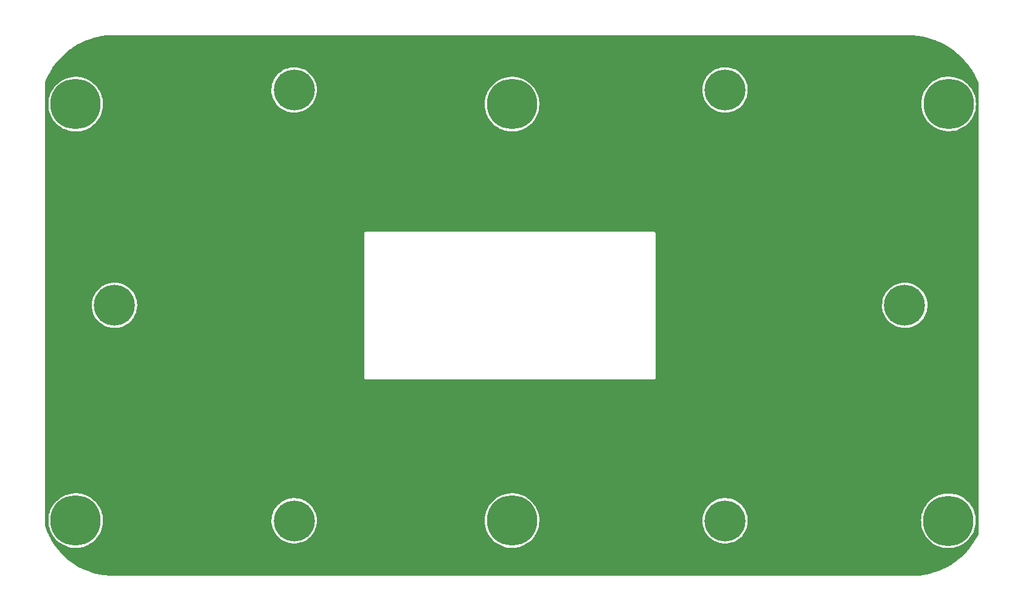
<source format=gbr>
%TF.GenerationSoftware,KiCad,Pcbnew,(6.0.9)*%
%TF.CreationDate,2022-11-23T15:21:18+02:00*%
%TF.ProjectId,case_adapter,63617365-5f61-4646-9170-7465722e6b69,rev?*%
%TF.SameCoordinates,Original*%
%TF.FileFunction,Copper,L2,Bot*%
%TF.FilePolarity,Positive*%
%FSLAX46Y46*%
G04 Gerber Fmt 4.6, Leading zero omitted, Abs format (unit mm)*
G04 Created by KiCad (PCBNEW (6.0.9)) date 2022-11-23 15:21:18*
%MOMM*%
%LPD*%
G01*
G04 APERTURE LIST*
%TA.AperFunction,ComponentPad*%
%ADD10C,7.000000*%
%TD*%
%TA.AperFunction,ComponentPad*%
%ADD11C,3.600000*%
%TD*%
%TA.AperFunction,ConnectorPad*%
%ADD12C,5.700000*%
%TD*%
G04 APERTURE END LIST*
D10*
%TO.P,H12,1,1*%
%TO.N,unconnected-(H12-Pad1)*%
X135915400Y-68884800D03*
%TD*%
%TO.P,H11,1,1*%
%TO.N,unconnected-(H11-Pad1)*%
X196697600Y-68859400D03*
%TD*%
%TO.P,H10,1,1*%
%TO.N,unconnected-(H10-Pad1)*%
X196672200Y-126898400D03*
%TD*%
%TO.P,H9,1,1*%
%TO.N,unconnected-(H9-Pad1)*%
X135915400Y-126873000D03*
%TD*%
%TO.P,H8,1,1*%
%TO.N,unconnected-(H8-Pad1)*%
X75184000Y-126873000D03*
%TD*%
%TO.P,H7,1,1*%
%TO.N,unconnected-(H7-Pad1)*%
X75184000Y-68884800D03*
%TD*%
D11*
%TO.P,H6,1,1*%
%TO.N,unconnected-(H6-Pad1)*%
X80585200Y-96902600D03*
D12*
X80585200Y-96902600D03*
%TD*%
%TO.P,H2,1,1*%
%TO.N,unconnected-(H2-Pad1)*%
X165585200Y-126902600D03*
D11*
X165585200Y-126902600D03*
%TD*%
%TO.P,H4,1,1*%
%TO.N,unconnected-(H4-Pad1)*%
X165585200Y-66902600D03*
D12*
X165585200Y-66902600D03*
%TD*%
D11*
%TO.P,H5,1,1*%
%TO.N,unconnected-(H5-Pad1)*%
X105585200Y-66902600D03*
D12*
X105585200Y-66902600D03*
%TD*%
D11*
%TO.P,H1,1,1*%
%TO.N,unconnected-(H1-Pad1)*%
X105585200Y-126902600D03*
D12*
X105585200Y-126902600D03*
%TD*%
D11*
%TO.P,H3,1,1*%
%TO.N,unconnected-(H3-Pad1)*%
X190585200Y-96902600D03*
D12*
X190585200Y-96902600D03*
%TD*%
%TA.AperFunction,NonConductor*%
G36*
X191223329Y-59251052D02*
G01*
X191554547Y-59269221D01*
X191836163Y-59284669D01*
X191844777Y-59285393D01*
X192282312Y-59335036D01*
X192454629Y-59354588D01*
X192463209Y-59355815D01*
X193067997Y-59460351D01*
X193076491Y-59462075D01*
X193542122Y-59570771D01*
X193674181Y-59601599D01*
X193682556Y-59603813D01*
X194271104Y-59777849D01*
X194279341Y-59780547D01*
X194465101Y-59847448D01*
X194856804Y-59988520D01*
X194864852Y-59991685D01*
X195139467Y-60109045D01*
X195429247Y-60232885D01*
X195437114Y-60236522D01*
X195986488Y-60510107D01*
X195994131Y-60514194D01*
X196526700Y-60819278D01*
X196534092Y-60823803D01*
X197048024Y-61159339D01*
X197055140Y-61164287D01*
X197548668Y-61529119D01*
X197555477Y-61534466D01*
X198026978Y-61927396D01*
X198033472Y-61933135D01*
X198481324Y-62352809D01*
X198487473Y-62358917D01*
X198910155Y-62803911D01*
X198915939Y-62810366D01*
X199312042Y-63279195D01*
X199317441Y-63285976D01*
X199685613Y-63777042D01*
X199690608Y-63784125D01*
X199991565Y-64238354D01*
X200029598Y-64295757D01*
X200034165Y-64303106D01*
X200342855Y-64833622D01*
X200346980Y-64841211D01*
X200545966Y-65234107D01*
X200624286Y-65388749D01*
X200627976Y-65396592D01*
X200837114Y-65876954D01*
X200849500Y-65936432D01*
X200849500Y-128713645D01*
X200833372Y-128781069D01*
X200752534Y-128940376D01*
X200625665Y-129190397D01*
X200613574Y-129214224D01*
X200609432Y-129221830D01*
X200319557Y-129719122D01*
X200311811Y-129732411D01*
X200307233Y-129739764D01*
X200219680Y-129871684D01*
X199980432Y-130232170D01*
X199975445Y-130239231D01*
X199620532Y-130711847D01*
X199615152Y-130718592D01*
X199233412Y-131169709D01*
X199227624Y-131176160D01*
X198820277Y-131604343D01*
X198814123Y-131610446D01*
X198382576Y-132014213D01*
X198376077Y-132019948D01*
X197921786Y-132397937D01*
X197914965Y-132403284D01*
X197439476Y-132754210D01*
X197432356Y-132759152D01*
X197380148Y-132793180D01*
X196937226Y-133081865D01*
X196929864Y-133086364D01*
X196492411Y-133336509D01*
X196416833Y-133379726D01*
X196409188Y-133383808D01*
X196327914Y-133424203D01*
X195879968Y-133646844D01*
X195872098Y-133650474D01*
X195328494Y-133882288D01*
X195320426Y-133885455D01*
X194764247Y-134085274D01*
X194756009Y-134087966D01*
X194189147Y-134255112D01*
X194180768Y-134257319D01*
X194065912Y-134284037D01*
X193605178Y-134391213D01*
X193596683Y-134392931D01*
X193014242Y-134493138D01*
X193005661Y-134494358D01*
X192712039Y-134527442D01*
X192418403Y-134560527D01*
X192409793Y-134561245D01*
X191831216Y-134592533D01*
X191819654Y-134593158D01*
X191810989Y-134593374D01*
X191382648Y-134591595D01*
X191220019Y-134590920D01*
X191211357Y-134590632D01*
X190668037Y-134556723D01*
X190651813Y-134554483D01*
X190646294Y-134552545D01*
X190641156Y-134552100D01*
X190635806Y-134552100D01*
X190627472Y-134551719D01*
X190617597Y-134549213D01*
X190578572Y-134551779D01*
X190568798Y-134552100D01*
X79888781Y-134552100D01*
X79878484Y-134550995D01*
X79878458Y-134551451D01*
X79866746Y-134550787D01*
X79855288Y-134548300D01*
X79843623Y-134549476D01*
X79840169Y-134549280D01*
X79818025Y-134549427D01*
X79252860Y-134500030D01*
X79243823Y-134498961D01*
X79042037Y-134468821D01*
X78650489Y-134410338D01*
X78641547Y-134408722D01*
X78054700Y-134284037D01*
X78045860Y-134281874D01*
X77467752Y-134121603D01*
X77459079Y-134118911D01*
X76891802Y-133923638D01*
X76883310Y-133920421D01*
X76329028Y-133690885D01*
X76320730Y-133687148D01*
X75781494Y-133424203D01*
X75773440Y-133419966D01*
X75333761Y-133171258D01*
X75251269Y-133124596D01*
X75243518Y-133119894D01*
X74740313Y-132793170D01*
X74732850Y-132787993D01*
X74250574Y-132431192D01*
X74243427Y-132425559D01*
X73783837Y-132039985D01*
X73777047Y-132033926D01*
X73341825Y-131620988D01*
X73335428Y-131614536D01*
X72926237Y-131175809D01*
X72920254Y-131168988D01*
X72538598Y-130706085D01*
X72533026Y-130698889D01*
X72180366Y-130213583D01*
X72175244Y-130206062D01*
X71852862Y-129700121D01*
X71848208Y-129692300D01*
X71557319Y-129167629D01*
X71553151Y-129159539D01*
X71510200Y-129069510D01*
X71294821Y-128618063D01*
X71291160Y-128609743D01*
X71263238Y-128540649D01*
X71071104Y-128065220D01*
X71066377Y-128053523D01*
X71063227Y-128044986D01*
X70894004Y-127539380D01*
X70886300Y-127492089D01*
X70886300Y-126859717D01*
X71378639Y-126859717D01*
X71378816Y-126863471D01*
X71378816Y-126863477D01*
X71384939Y-126993306D01*
X71396778Y-127244340D01*
X71453692Y-127625162D01*
X71454622Y-127628812D01*
X71454623Y-127628815D01*
X71471041Y-127693225D01*
X71548799Y-127998283D01*
X71565890Y-128044986D01*
X71674275Y-128341160D01*
X71681126Y-128359882D01*
X71682774Y-128363276D01*
X71682777Y-128363283D01*
X71802452Y-128609743D01*
X71849317Y-128706258D01*
X71851299Y-128709467D01*
X71851300Y-128709469D01*
X72033550Y-129004557D01*
X72051650Y-129033864D01*
X72154292Y-129167629D01*
X72281897Y-129333927D01*
X72286054Y-129339345D01*
X72288633Y-129342082D01*
X72288640Y-129342090D01*
X72465446Y-129529712D01*
X72550129Y-129619575D01*
X72584606Y-129649440D01*
X72838313Y-129869208D01*
X72838319Y-129869213D01*
X72841172Y-129871684D01*
X72844264Y-129873857D01*
X73153114Y-130090921D01*
X73153122Y-130090926D01*
X73156201Y-130093090D01*
X73159489Y-130094935D01*
X73159492Y-130094937D01*
X73488698Y-130279679D01*
X73488706Y-130279683D01*
X73491992Y-130281527D01*
X73845107Y-130435066D01*
X74211931Y-130552134D01*
X74215620Y-130552911D01*
X74215626Y-130552913D01*
X74556429Y-130624731D01*
X74588707Y-130631533D01*
X74592456Y-130631934D01*
X74592458Y-130631934D01*
X74967833Y-130672051D01*
X74967838Y-130672051D01*
X74971578Y-130672451D01*
X74975335Y-130672471D01*
X74975341Y-130672471D01*
X75194972Y-130673621D01*
X75356624Y-130674467D01*
X75360380Y-130674105D01*
X75360387Y-130674105D01*
X75736154Y-130637922D01*
X75736156Y-130637922D01*
X75739902Y-130637561D01*
X75986681Y-130588250D01*
X76113797Y-130562850D01*
X76113802Y-130562849D01*
X76117489Y-130562112D01*
X76399353Y-130475399D01*
X76481917Y-130449999D01*
X76481920Y-130449998D01*
X76485518Y-130448891D01*
X76840221Y-130299059D01*
X77177968Y-130114148D01*
X77495298Y-129896053D01*
X77703929Y-129719122D01*
X77786095Y-129649440D01*
X77786096Y-129649439D01*
X77788965Y-129647006D01*
X77812978Y-129622053D01*
X78053344Y-129372276D01*
X78053349Y-129372270D01*
X78055960Y-129369557D01*
X78293550Y-129066546D01*
X78442429Y-128831043D01*
X78497288Y-128744265D01*
X78497291Y-128744260D01*
X78499303Y-128741077D01*
X78505694Y-128728260D01*
X78599233Y-128540649D01*
X78671112Y-128396482D01*
X78807218Y-128036288D01*
X78809629Y-128027229D01*
X78898500Y-127693225D01*
X78906227Y-127664184D01*
X78958537Y-127337602D01*
X78966530Y-127287701D01*
X78966530Y-127287698D01*
X78967126Y-127283979D01*
X78989291Y-126899566D01*
X78989384Y-126873000D01*
X78988652Y-126858543D01*
X102430044Y-126858543D01*
X102444796Y-127210519D01*
X102464469Y-127337602D01*
X102495706Y-127539380D01*
X102498690Y-127558658D01*
X102499780Y-127562671D01*
X102499782Y-127562679D01*
X102533081Y-127685238D01*
X102591056Y-127898619D01*
X102592585Y-127902480D01*
X102592586Y-127902484D01*
X102657018Y-128065220D01*
X102720741Y-128226166D01*
X102886129Y-128537216D01*
X103085159Y-128827891D01*
X103127990Y-128877511D01*
X103310336Y-129088761D01*
X103315349Y-129094569D01*
X103318394Y-129097389D01*
X103318402Y-129097397D01*
X103448744Y-129218094D01*
X103573832Y-129333927D01*
X103857384Y-129542980D01*
X103860985Y-129545059D01*
X103860988Y-129545061D01*
X104158872Y-129717044D01*
X104158878Y-129717047D01*
X104162472Y-129719122D01*
X104485293Y-129860160D01*
X104489257Y-129861387D01*
X104489265Y-129861390D01*
X104683300Y-129921453D01*
X104821824Y-129964333D01*
X104825896Y-129965110D01*
X104825901Y-129965111D01*
X105163790Y-130029567D01*
X105163795Y-130029568D01*
X105167870Y-130030345D01*
X105172007Y-130030663D01*
X105172012Y-130030664D01*
X105343494Y-130043859D01*
X105519117Y-130057372D01*
X105523270Y-130057227D01*
X105523272Y-130057227D01*
X105669738Y-130052112D01*
X105871188Y-130045077D01*
X106020544Y-130023022D01*
X106215572Y-129994223D01*
X106215577Y-129994222D01*
X106219694Y-129993614D01*
X106407091Y-129944102D01*
X106556274Y-129904687D01*
X106556281Y-129904685D01*
X106560292Y-129903625D01*
X106571554Y-129899257D01*
X106884861Y-129777733D01*
X106888736Y-129776230D01*
X106972554Y-129732411D01*
X107197240Y-129614948D01*
X107197245Y-129614945D01*
X107200933Y-129613017D01*
X107492991Y-129416021D01*
X107761270Y-129187698D01*
X108002426Y-128930893D01*
X108033949Y-128888756D01*
X108149070Y-128734869D01*
X108213453Y-128648807D01*
X108215556Y-128645223D01*
X108389621Y-128348536D01*
X108389624Y-128348531D01*
X108391721Y-128344956D01*
X108516268Y-128065220D01*
X108533313Y-128026937D01*
X108533315Y-128026932D01*
X108535009Y-128023127D01*
X108575781Y-127894599D01*
X108612194Y-127779807D01*
X108641529Y-127687332D01*
X108643951Y-127675102D01*
X108709146Y-127345844D01*
X108709147Y-127345836D01*
X108709955Y-127341756D01*
X108715123Y-127280213D01*
X108739216Y-126993306D01*
X108739216Y-126993297D01*
X108739434Y-126990706D01*
X108740664Y-126902600D01*
X108738266Y-126859717D01*
X132110039Y-126859717D01*
X132110216Y-126863471D01*
X132110216Y-126863477D01*
X132116339Y-126993306D01*
X132128178Y-127244340D01*
X132185092Y-127625162D01*
X132186022Y-127628812D01*
X132186023Y-127628815D01*
X132202441Y-127693225D01*
X132280199Y-127998283D01*
X132297290Y-128044986D01*
X132405675Y-128341160D01*
X132412526Y-128359882D01*
X132414174Y-128363276D01*
X132414177Y-128363283D01*
X132533852Y-128609743D01*
X132580717Y-128706258D01*
X132582699Y-128709467D01*
X132582700Y-128709469D01*
X132764950Y-129004557D01*
X132783050Y-129033864D01*
X132885692Y-129167629D01*
X133013297Y-129333927D01*
X133017454Y-129339345D01*
X133020033Y-129342082D01*
X133020040Y-129342090D01*
X133196846Y-129529712D01*
X133281529Y-129619575D01*
X133316006Y-129649440D01*
X133569713Y-129869208D01*
X133569719Y-129869213D01*
X133572572Y-129871684D01*
X133575664Y-129873857D01*
X133884514Y-130090921D01*
X133884522Y-130090926D01*
X133887601Y-130093090D01*
X133890889Y-130094935D01*
X133890892Y-130094937D01*
X134220098Y-130279679D01*
X134220106Y-130279683D01*
X134223392Y-130281527D01*
X134576507Y-130435066D01*
X134943331Y-130552134D01*
X134947020Y-130552911D01*
X134947026Y-130552913D01*
X135287829Y-130624731D01*
X135320107Y-130631533D01*
X135323856Y-130631934D01*
X135323858Y-130631934D01*
X135699233Y-130672051D01*
X135699238Y-130672051D01*
X135702978Y-130672451D01*
X135706735Y-130672471D01*
X135706741Y-130672471D01*
X135926372Y-130673621D01*
X136088024Y-130674467D01*
X136091780Y-130674105D01*
X136091787Y-130674105D01*
X136467554Y-130637922D01*
X136467556Y-130637922D01*
X136471302Y-130637561D01*
X136718081Y-130588250D01*
X136845197Y-130562850D01*
X136845202Y-130562849D01*
X136848889Y-130562112D01*
X137130753Y-130475399D01*
X137213317Y-130449999D01*
X137213320Y-130449998D01*
X137216918Y-130448891D01*
X137571621Y-130299059D01*
X137909368Y-130114148D01*
X138226698Y-129896053D01*
X138435329Y-129719122D01*
X138517495Y-129649440D01*
X138517496Y-129649439D01*
X138520365Y-129647006D01*
X138544378Y-129622053D01*
X138784744Y-129372276D01*
X138784749Y-129372270D01*
X138787360Y-129369557D01*
X139024950Y-129066546D01*
X139173829Y-128831043D01*
X139228688Y-128744265D01*
X139228691Y-128744260D01*
X139230703Y-128741077D01*
X139237094Y-128728260D01*
X139330633Y-128540649D01*
X139402512Y-128396482D01*
X139538618Y-128036288D01*
X139541029Y-128027229D01*
X139629900Y-127693225D01*
X139637627Y-127664184D01*
X139689937Y-127337602D01*
X139697930Y-127287701D01*
X139697930Y-127287698D01*
X139698526Y-127283979D01*
X139720691Y-126899566D01*
X139720784Y-126873000D01*
X139720052Y-126858543D01*
X162430044Y-126858543D01*
X162444796Y-127210519D01*
X162464469Y-127337602D01*
X162495706Y-127539380D01*
X162498690Y-127558658D01*
X162499780Y-127562671D01*
X162499782Y-127562679D01*
X162533081Y-127685238D01*
X162591056Y-127898619D01*
X162592585Y-127902480D01*
X162592586Y-127902484D01*
X162657018Y-128065220D01*
X162720741Y-128226166D01*
X162886129Y-128537216D01*
X163085159Y-128827891D01*
X163127990Y-128877511D01*
X163310336Y-129088761D01*
X163315349Y-129094569D01*
X163318394Y-129097389D01*
X163318402Y-129097397D01*
X163448744Y-129218094D01*
X163573832Y-129333927D01*
X163857384Y-129542980D01*
X163860985Y-129545059D01*
X163860988Y-129545061D01*
X164158872Y-129717044D01*
X164158878Y-129717047D01*
X164162472Y-129719122D01*
X164485293Y-129860160D01*
X164489257Y-129861387D01*
X164489265Y-129861390D01*
X164683300Y-129921453D01*
X164821824Y-129964333D01*
X164825896Y-129965110D01*
X164825901Y-129965111D01*
X165163790Y-130029567D01*
X165163795Y-130029568D01*
X165167870Y-130030345D01*
X165172007Y-130030663D01*
X165172012Y-130030664D01*
X165343494Y-130043859D01*
X165519117Y-130057372D01*
X165523270Y-130057227D01*
X165523272Y-130057227D01*
X165669738Y-130052112D01*
X165871188Y-130045077D01*
X166020544Y-130023022D01*
X166215572Y-129994223D01*
X166215577Y-129994222D01*
X166219694Y-129993614D01*
X166407091Y-129944102D01*
X166556274Y-129904687D01*
X166556281Y-129904685D01*
X166560292Y-129903625D01*
X166571554Y-129899257D01*
X166884861Y-129777733D01*
X166888736Y-129776230D01*
X166972554Y-129732411D01*
X167197240Y-129614948D01*
X167197245Y-129614945D01*
X167200933Y-129613017D01*
X167492991Y-129416021D01*
X167761270Y-129187698D01*
X168002426Y-128930893D01*
X168033949Y-128888756D01*
X168149070Y-128734869D01*
X168213453Y-128648807D01*
X168215556Y-128645223D01*
X168389621Y-128348536D01*
X168389624Y-128348531D01*
X168391721Y-128344956D01*
X168516268Y-128065220D01*
X168533313Y-128026937D01*
X168533315Y-128026932D01*
X168535009Y-128023127D01*
X168575781Y-127894599D01*
X168612194Y-127779807D01*
X168641529Y-127687332D01*
X168643951Y-127675102D01*
X168709146Y-127345844D01*
X168709147Y-127345836D01*
X168709955Y-127341756D01*
X168715123Y-127280213D01*
X168739216Y-126993306D01*
X168739216Y-126993297D01*
X168739434Y-126990706D01*
X168740664Y-126902600D01*
X168739687Y-126885117D01*
X192866839Y-126885117D01*
X192867016Y-126888871D01*
X192867016Y-126888877D01*
X192871941Y-126993306D01*
X192884978Y-127269740D01*
X192941892Y-127650562D01*
X192942822Y-127654212D01*
X192942823Y-127654215D01*
X193036066Y-128020023D01*
X193036999Y-128023683D01*
X193109684Y-128222304D01*
X193153180Y-128341160D01*
X193169326Y-128385282D01*
X193170974Y-128388676D01*
X193170977Y-128388683D01*
X193243101Y-128537216D01*
X193337517Y-128731658D01*
X193339499Y-128734867D01*
X193339500Y-128734869D01*
X193524163Y-129033864D01*
X193539850Y-129059264D01*
X193774254Y-129364745D01*
X193776833Y-129367482D01*
X193776840Y-129367490D01*
X193824763Y-129418344D01*
X194038329Y-129644975D01*
X194041190Y-129647453D01*
X194326513Y-129894608D01*
X194326519Y-129894613D01*
X194329372Y-129897084D01*
X194332464Y-129899257D01*
X194641314Y-130116321D01*
X194641322Y-130116326D01*
X194644401Y-130118490D01*
X194647689Y-130120335D01*
X194647692Y-130120337D01*
X194976898Y-130305079D01*
X194976906Y-130305083D01*
X194980192Y-130306927D01*
X195333307Y-130460466D01*
X195700131Y-130577534D01*
X195703820Y-130578311D01*
X195703826Y-130578313D01*
X195984980Y-130637561D01*
X196076907Y-130656933D01*
X196080656Y-130657334D01*
X196080658Y-130657334D01*
X196456033Y-130697451D01*
X196456038Y-130697451D01*
X196459778Y-130697851D01*
X196463535Y-130697871D01*
X196463541Y-130697871D01*
X196683172Y-130699021D01*
X196844824Y-130699867D01*
X196848580Y-130699505D01*
X196848587Y-130699505D01*
X197224354Y-130663322D01*
X197224356Y-130663322D01*
X197228102Y-130662961D01*
X197328353Y-130642929D01*
X197601997Y-130588250D01*
X197602002Y-130588249D01*
X197605689Y-130587512D01*
X197821103Y-130521242D01*
X197970117Y-130475399D01*
X197970120Y-130475398D01*
X197973718Y-130474291D01*
X198328421Y-130324459D01*
X198666168Y-130139548D01*
X198983498Y-129921453D01*
X199039622Y-129873857D01*
X199274295Y-129674840D01*
X199274296Y-129674839D01*
X199277165Y-129672406D01*
X199301608Y-129647006D01*
X199541544Y-129397676D01*
X199541549Y-129397670D01*
X199544160Y-129394957D01*
X199781750Y-129091946D01*
X199950850Y-128824456D01*
X199985488Y-128769665D01*
X199985491Y-128769660D01*
X199987503Y-128766477D01*
X200006558Y-128728260D01*
X200157633Y-128425249D01*
X200159312Y-128421882D01*
X200295418Y-128061688D01*
X200298713Y-128049307D01*
X200393458Y-127693225D01*
X200394427Y-127689584D01*
X200450140Y-127341756D01*
X200454730Y-127313101D01*
X200454730Y-127313098D01*
X200455326Y-127309379D01*
X200477491Y-126924966D01*
X200477584Y-126898400D01*
X200458103Y-126513842D01*
X200452195Y-126475229D01*
X200410004Y-126199515D01*
X200399860Y-126133221D01*
X200397458Y-126123931D01*
X200304396Y-125764088D01*
X200304394Y-125764083D01*
X200303451Y-125760435D01*
X200297457Y-125744229D01*
X200171174Y-125402845D01*
X200169863Y-125399300D01*
X200000464Y-125053513D01*
X199796988Y-124726616D01*
X199679253Y-124574285D01*
X199563831Y-124424945D01*
X199563828Y-124424941D01*
X199561519Y-124421954D01*
X199367387Y-124217382D01*
X199299061Y-124145381D01*
X199299056Y-124145376D01*
X199296467Y-124142648D01*
X199004547Y-123891557D01*
X199001465Y-123889407D01*
X199001456Y-123889400D01*
X198691839Y-123673409D01*
X198688746Y-123671251D01*
X198352299Y-123483987D01*
X197998650Y-123331682D01*
X197631421Y-123215895D01*
X197472543Y-123182993D01*
X197258061Y-123138576D01*
X197258054Y-123138575D01*
X197254370Y-123137812D01*
X197250628Y-123137425D01*
X197250626Y-123137425D01*
X197190378Y-123131199D01*
X196871358Y-123098231D01*
X196867595Y-123098224D01*
X196867587Y-123098224D01*
X196678833Y-123097895D01*
X196486308Y-123097559D01*
X196482552Y-123097934D01*
X196482550Y-123097934D01*
X196329845Y-123113176D01*
X196103161Y-123135802D01*
X195725839Y-123212569D01*
X195722253Y-123213686D01*
X195722245Y-123213688D01*
X195434993Y-123303158D01*
X195358208Y-123327074D01*
X195354729Y-123328558D01*
X195007498Y-123476664D01*
X195007492Y-123476667D01*
X195004029Y-123478144D01*
X194666931Y-123664232D01*
X194663833Y-123666377D01*
X194663830Y-123666379D01*
X194547091Y-123747213D01*
X194350363Y-123883434D01*
X194347507Y-123885873D01*
X194347506Y-123885874D01*
X194311012Y-123917043D01*
X194057568Y-124133504D01*
X194054961Y-124136232D01*
X194054960Y-124136233D01*
X193794150Y-124409155D01*
X193794142Y-124409165D01*
X193791543Y-124411884D01*
X193555012Y-124715721D01*
X193553010Y-124718912D01*
X193553004Y-124718921D01*
X193436168Y-124905175D01*
X193350396Y-125041907D01*
X193344660Y-125053513D01*
X193184563Y-125377445D01*
X193179791Y-125387100D01*
X193178468Y-125390638D01*
X193178466Y-125390643D01*
X193054440Y-125722366D01*
X193044943Y-125747766D01*
X193043988Y-125751408D01*
X193043985Y-125751416D01*
X193015233Y-125861014D01*
X192947234Y-126120214D01*
X192946652Y-126123931D01*
X192891640Y-126475229D01*
X192887662Y-126500629D01*
X192866839Y-126885117D01*
X168739687Y-126885117D01*
X168720999Y-126550864D01*
X168662249Y-126203512D01*
X168648807Y-126156633D01*
X168566296Y-125868883D01*
X168566295Y-125868881D01*
X168565146Y-125864873D01*
X168563559Y-125861023D01*
X168563556Y-125861014D01*
X168432487Y-125543019D01*
X168432486Y-125543017D01*
X168430900Y-125539169D01*
X168347299Y-125387100D01*
X168263191Y-125234107D01*
X168263187Y-125234100D01*
X168261185Y-125230459D01*
X168258784Y-125227055D01*
X168060515Y-124945991D01*
X168060510Y-124945985D01*
X168058116Y-124942591D01*
X167824225Y-124679152D01*
X167562426Y-124443427D01*
X167528025Y-124418798D01*
X167479077Y-124383755D01*
X167275982Y-124238354D01*
X166968464Y-124066488D01*
X166919464Y-124045890D01*
X166647535Y-123931582D01*
X166643705Y-123929972D01*
X166639727Y-123928801D01*
X166639718Y-123928798D01*
X166309739Y-123831680D01*
X166309737Y-123831679D01*
X166305753Y-123830507D01*
X165958819Y-123769333D01*
X165954678Y-123769072D01*
X165954674Y-123769072D01*
X165714576Y-123753967D01*
X165607229Y-123747213D01*
X165603078Y-123747416D01*
X165603077Y-123747416D01*
X165259532Y-123764218D01*
X165259529Y-123764218D01*
X165255364Y-123764422D01*
X164978780Y-123809219D01*
X164911715Y-123820081D01*
X164911713Y-123820082D01*
X164907610Y-123820746D01*
X164903609Y-123821863D01*
X164903605Y-123821864D01*
X164572315Y-123914361D01*
X164572306Y-123914364D01*
X164568302Y-123915482D01*
X164404985Y-123981467D01*
X164245532Y-124045890D01*
X164245528Y-124045892D01*
X164241669Y-124047451D01*
X164238007Y-124049431D01*
X164082517Y-124133504D01*
X163931781Y-124215006D01*
X163642502Y-124416060D01*
X163639378Y-124418795D01*
X163639374Y-124418798D01*
X163380563Y-124645371D01*
X163377438Y-124648107D01*
X163139891Y-124908254D01*
X163137441Y-124911626D01*
X163137437Y-124911631D01*
X163034354Y-125053513D01*
X162932822Y-125193259D01*
X162758814Y-125499570D01*
X162757169Y-125503408D01*
X162648527Y-125756890D01*
X162620034Y-125823368D01*
X162518212Y-126160618D01*
X162454618Y-126507115D01*
X162430044Y-126858543D01*
X139720052Y-126858543D01*
X139701303Y-126488442D01*
X139643060Y-126107821D01*
X139640658Y-126098531D01*
X139547596Y-125738688D01*
X139547594Y-125738683D01*
X139546651Y-125735035D01*
X139540657Y-125718829D01*
X139472849Y-125535522D01*
X139413063Y-125373900D01*
X139257769Y-125056905D01*
X139245326Y-125031505D01*
X139245324Y-125031501D01*
X139243664Y-125028113D01*
X139040188Y-124701216D01*
X138843100Y-124446213D01*
X138807031Y-124399545D01*
X138807028Y-124399541D01*
X138804719Y-124396554D01*
X138630560Y-124213029D01*
X138542261Y-124119981D01*
X138542256Y-124119976D01*
X138539667Y-124117248D01*
X138247747Y-123866157D01*
X138244665Y-123864007D01*
X138244656Y-123864000D01*
X137961372Y-123666379D01*
X137931946Y-123645851D01*
X137763723Y-123552219D01*
X137598798Y-123460423D01*
X137598795Y-123460421D01*
X137595499Y-123458587D01*
X137241850Y-123306282D01*
X136874621Y-123190495D01*
X136715743Y-123157593D01*
X136501261Y-123113176D01*
X136501254Y-123113175D01*
X136497570Y-123112412D01*
X136493828Y-123112025D01*
X136493826Y-123112025D01*
X136433578Y-123105799D01*
X136114558Y-123072831D01*
X136110795Y-123072824D01*
X136110787Y-123072824D01*
X135922033Y-123072495D01*
X135729508Y-123072159D01*
X135725752Y-123072534D01*
X135725750Y-123072534D01*
X135468369Y-123098224D01*
X135346361Y-123110402D01*
X134969039Y-123187169D01*
X134965453Y-123188286D01*
X134965445Y-123188288D01*
X134666605Y-123281367D01*
X134601408Y-123301674D01*
X134538379Y-123328558D01*
X134250698Y-123451264D01*
X134250692Y-123451267D01*
X134247229Y-123452744D01*
X133910131Y-123638832D01*
X133907033Y-123640977D01*
X133907030Y-123640979D01*
X133863312Y-123671251D01*
X133593563Y-123858034D01*
X133590707Y-123860473D01*
X133590706Y-123860474D01*
X133551432Y-123894017D01*
X133300768Y-124108104D01*
X133298161Y-124110832D01*
X133298160Y-124110833D01*
X133037350Y-124383755D01*
X133037342Y-124383765D01*
X133034743Y-124386484D01*
X132798212Y-124690321D01*
X132796210Y-124693512D01*
X132796204Y-124693521D01*
X132671227Y-124892753D01*
X132593596Y-125016507D01*
X132422991Y-125361700D01*
X132421668Y-125365238D01*
X132421666Y-125365243D01*
X132356638Y-125539169D01*
X132288143Y-125722366D01*
X132287188Y-125726008D01*
X132287185Y-125726016D01*
X132262650Y-125819541D01*
X132190434Y-126094814D01*
X132130862Y-126475229D01*
X132110039Y-126859717D01*
X108738266Y-126859717D01*
X108720999Y-126550864D01*
X108662249Y-126203512D01*
X108648807Y-126156633D01*
X108566296Y-125868883D01*
X108566295Y-125868881D01*
X108565146Y-125864873D01*
X108563559Y-125861023D01*
X108563556Y-125861014D01*
X108432487Y-125543019D01*
X108432486Y-125543017D01*
X108430900Y-125539169D01*
X108347299Y-125387100D01*
X108263191Y-125234107D01*
X108263187Y-125234100D01*
X108261185Y-125230459D01*
X108258784Y-125227055D01*
X108060515Y-124945991D01*
X108060510Y-124945985D01*
X108058116Y-124942591D01*
X107824225Y-124679152D01*
X107562426Y-124443427D01*
X107528025Y-124418798D01*
X107479077Y-124383755D01*
X107275982Y-124238354D01*
X106968464Y-124066488D01*
X106919464Y-124045890D01*
X106647535Y-123931582D01*
X106643705Y-123929972D01*
X106639727Y-123928801D01*
X106639718Y-123928798D01*
X106309739Y-123831680D01*
X106309737Y-123831679D01*
X106305753Y-123830507D01*
X105958819Y-123769333D01*
X105954678Y-123769072D01*
X105954674Y-123769072D01*
X105714576Y-123753967D01*
X105607229Y-123747213D01*
X105603078Y-123747416D01*
X105603077Y-123747416D01*
X105259532Y-123764218D01*
X105259529Y-123764218D01*
X105255364Y-123764422D01*
X104978780Y-123809219D01*
X104911715Y-123820081D01*
X104911713Y-123820082D01*
X104907610Y-123820746D01*
X104903609Y-123821863D01*
X104903605Y-123821864D01*
X104572315Y-123914361D01*
X104572306Y-123914364D01*
X104568302Y-123915482D01*
X104404985Y-123981467D01*
X104245532Y-124045890D01*
X104245528Y-124045892D01*
X104241669Y-124047451D01*
X104238007Y-124049431D01*
X104082517Y-124133504D01*
X103931781Y-124215006D01*
X103642502Y-124416060D01*
X103639378Y-124418795D01*
X103639374Y-124418798D01*
X103380563Y-124645371D01*
X103377438Y-124648107D01*
X103139891Y-124908254D01*
X103137441Y-124911626D01*
X103137437Y-124911631D01*
X103034354Y-125053513D01*
X102932822Y-125193259D01*
X102758814Y-125499570D01*
X102757169Y-125503408D01*
X102648527Y-125756890D01*
X102620034Y-125823368D01*
X102518212Y-126160618D01*
X102454618Y-126507115D01*
X102430044Y-126858543D01*
X78988652Y-126858543D01*
X78969903Y-126488442D01*
X78911660Y-126107821D01*
X78909258Y-126098531D01*
X78816196Y-125738688D01*
X78816194Y-125738683D01*
X78815251Y-125735035D01*
X78809257Y-125718829D01*
X78741449Y-125535522D01*
X78681663Y-125373900D01*
X78526369Y-125056905D01*
X78513926Y-125031505D01*
X78513924Y-125031501D01*
X78512264Y-125028113D01*
X78308788Y-124701216D01*
X78111700Y-124446213D01*
X78075631Y-124399545D01*
X78075628Y-124399541D01*
X78073319Y-124396554D01*
X77899160Y-124213029D01*
X77810861Y-124119981D01*
X77810856Y-124119976D01*
X77808267Y-124117248D01*
X77516347Y-123866157D01*
X77513265Y-123864007D01*
X77513256Y-123864000D01*
X77229972Y-123666379D01*
X77200546Y-123645851D01*
X77032323Y-123552219D01*
X76867398Y-123460423D01*
X76867395Y-123460421D01*
X76864099Y-123458587D01*
X76510450Y-123306282D01*
X76143221Y-123190495D01*
X75984343Y-123157593D01*
X75769861Y-123113176D01*
X75769854Y-123113175D01*
X75766170Y-123112412D01*
X75762428Y-123112025D01*
X75762426Y-123112025D01*
X75702178Y-123105799D01*
X75383158Y-123072831D01*
X75379395Y-123072824D01*
X75379387Y-123072824D01*
X75190633Y-123072495D01*
X74998108Y-123072159D01*
X74994352Y-123072534D01*
X74994350Y-123072534D01*
X74736969Y-123098224D01*
X74614961Y-123110402D01*
X74237639Y-123187169D01*
X74234053Y-123188286D01*
X74234045Y-123188288D01*
X73935205Y-123281367D01*
X73870008Y-123301674D01*
X73806979Y-123328558D01*
X73519298Y-123451264D01*
X73519292Y-123451267D01*
X73515829Y-123452744D01*
X73178731Y-123638832D01*
X73175633Y-123640977D01*
X73175630Y-123640979D01*
X73131912Y-123671251D01*
X72862163Y-123858034D01*
X72859307Y-123860473D01*
X72859306Y-123860474D01*
X72820032Y-123894017D01*
X72569368Y-124108104D01*
X72566761Y-124110832D01*
X72566760Y-124110833D01*
X72305950Y-124383755D01*
X72305942Y-124383765D01*
X72303343Y-124386484D01*
X72066812Y-124690321D01*
X72064810Y-124693512D01*
X72064804Y-124693521D01*
X71939827Y-124892753D01*
X71862196Y-125016507D01*
X71691591Y-125361700D01*
X71690268Y-125365238D01*
X71690266Y-125365243D01*
X71625238Y-125539169D01*
X71556743Y-125722366D01*
X71555788Y-125726008D01*
X71555785Y-125726016D01*
X71531250Y-125819541D01*
X71459034Y-126094814D01*
X71399462Y-126475229D01*
X71378639Y-126859717D01*
X70886300Y-126859717D01*
X70886300Y-106914368D01*
X115321554Y-106914368D01*
X115322741Y-106928074D01*
X115322741Y-106928075D01*
X115324744Y-106951201D01*
X115325300Y-106964057D01*
X115325300Y-106972148D01*
X115326557Y-106978898D01*
X115326693Y-106980369D01*
X115328281Y-106992041D01*
X115328735Y-106997285D01*
X115331213Y-107025896D01*
X115337055Y-107037847D01*
X115337451Y-107039562D01*
X115338155Y-107041174D01*
X115340591Y-107054253D01*
X115347809Y-107065962D01*
X115358427Y-107083188D01*
X115365451Y-107095939D01*
X115380375Y-107126469D01*
X115390129Y-107135517D01*
X115391117Y-107136976D01*
X115392352Y-107138225D01*
X115399332Y-107149548D01*
X115410281Y-107157874D01*
X115410282Y-107157875D01*
X115426382Y-107170118D01*
X115437523Y-107179483D01*
X115452358Y-107193244D01*
X115452361Y-107193246D01*
X115462446Y-107202601D01*
X115474803Y-107207531D01*
X115476246Y-107208533D01*
X115477851Y-107209255D01*
X115488441Y-107217308D01*
X115521085Y-107226761D01*
X115534848Y-107231486D01*
X115539588Y-107233377D01*
X115566422Y-107244083D01*
X115572715Y-107244700D01*
X115576350Y-107244700D01*
X115579993Y-107244878D01*
X115579993Y-107244881D01*
X115584402Y-107245097D01*
X115595968Y-107248446D01*
X115609674Y-107247259D01*
X115609675Y-107247259D01*
X115632801Y-107245256D01*
X115645657Y-107244700D01*
X155576288Y-107244700D01*
X155584402Y-107245097D01*
X155595968Y-107248446D01*
X155609674Y-107247259D01*
X155609675Y-107247259D01*
X155632801Y-107245256D01*
X155645657Y-107244700D01*
X155653748Y-107244700D01*
X155660498Y-107243443D01*
X155661969Y-107243307D01*
X155673641Y-107241719D01*
X155693791Y-107239974D01*
X155693792Y-107239974D01*
X155707496Y-107238787D01*
X155719447Y-107232945D01*
X155721162Y-107232549D01*
X155722774Y-107231845D01*
X155735853Y-107229409D01*
X155764791Y-107211571D01*
X155777539Y-107204549D01*
X155795707Y-107195668D01*
X155795708Y-107195667D01*
X155808069Y-107189625D01*
X155817117Y-107179871D01*
X155818576Y-107178883D01*
X155819825Y-107177648D01*
X155831148Y-107170668D01*
X155840876Y-107157875D01*
X155851718Y-107143618D01*
X155861083Y-107132477D01*
X155874844Y-107117642D01*
X155874846Y-107117639D01*
X155884201Y-107107554D01*
X155889131Y-107095197D01*
X155890133Y-107093754D01*
X155890855Y-107092149D01*
X155898908Y-107081559D01*
X155908361Y-107048915D01*
X155913086Y-107035152D01*
X155921786Y-107013345D01*
X155925683Y-107003578D01*
X155926300Y-106997285D01*
X155926300Y-106993650D01*
X155926478Y-106990007D01*
X155926481Y-106990007D01*
X155926697Y-106985598D01*
X155930046Y-106974032D01*
X155926856Y-106937199D01*
X155926300Y-106924343D01*
X155926300Y-96858543D01*
X187430044Y-96858543D01*
X187444796Y-97210519D01*
X187498690Y-97558658D01*
X187499780Y-97562671D01*
X187499782Y-97562679D01*
X187533650Y-97687332D01*
X187591056Y-97898619D01*
X187592585Y-97902480D01*
X187592586Y-97902484D01*
X187640352Y-98023127D01*
X187720741Y-98226166D01*
X187886129Y-98537216D01*
X188085159Y-98827891D01*
X188315349Y-99094569D01*
X188318394Y-99097389D01*
X188318402Y-99097397D01*
X188507506Y-99272508D01*
X188573832Y-99333927D01*
X188857384Y-99542980D01*
X188860985Y-99545059D01*
X188860988Y-99545061D01*
X189158872Y-99717044D01*
X189158878Y-99717047D01*
X189162472Y-99719122D01*
X189485293Y-99860160D01*
X189489257Y-99861387D01*
X189489265Y-99861390D01*
X189702086Y-99927268D01*
X189821824Y-99964333D01*
X189825896Y-99965110D01*
X189825901Y-99965111D01*
X190163790Y-100029567D01*
X190163795Y-100029568D01*
X190167870Y-100030345D01*
X190172007Y-100030663D01*
X190172012Y-100030664D01*
X190343494Y-100043859D01*
X190519117Y-100057372D01*
X190523270Y-100057227D01*
X190523272Y-100057227D01*
X190669738Y-100052112D01*
X190871188Y-100045077D01*
X191020544Y-100023022D01*
X191215572Y-99994223D01*
X191215577Y-99994222D01*
X191219694Y-99993614D01*
X191407091Y-99944102D01*
X191556274Y-99904687D01*
X191556281Y-99904685D01*
X191560292Y-99903625D01*
X191669181Y-99861390D01*
X191884861Y-99777733D01*
X191888736Y-99776230D01*
X191929366Y-99754989D01*
X192197240Y-99614948D01*
X192197245Y-99614945D01*
X192200933Y-99613017D01*
X192492991Y-99416021D01*
X192761270Y-99187698D01*
X193002426Y-98930893D01*
X193213453Y-98648807D01*
X193278923Y-98537216D01*
X193389621Y-98348536D01*
X193389624Y-98348531D01*
X193391721Y-98344956D01*
X193535009Y-98023127D01*
X193575781Y-97894599D01*
X193640266Y-97691313D01*
X193641529Y-97687332D01*
X193709955Y-97341756D01*
X193720630Y-97214631D01*
X193739216Y-96993306D01*
X193739216Y-96993297D01*
X193739434Y-96990706D01*
X193740664Y-96902600D01*
X193720999Y-96550864D01*
X193662249Y-96203512D01*
X193565146Y-95864873D01*
X193563559Y-95861023D01*
X193563556Y-95861014D01*
X193432487Y-95543019D01*
X193432486Y-95543017D01*
X193430900Y-95539169D01*
X193261185Y-95230459D01*
X193258784Y-95227055D01*
X193060515Y-94945991D01*
X193060510Y-94945985D01*
X193058116Y-94942591D01*
X192824225Y-94679152D01*
X192562426Y-94443427D01*
X192528025Y-94418798D01*
X192499649Y-94398483D01*
X192275982Y-94238354D01*
X191968464Y-94066488D01*
X191919464Y-94045890D01*
X191647535Y-93931582D01*
X191643705Y-93929972D01*
X191639727Y-93928801D01*
X191639718Y-93928798D01*
X191309739Y-93831680D01*
X191309737Y-93831679D01*
X191305753Y-93830507D01*
X190958819Y-93769333D01*
X190954678Y-93769072D01*
X190954674Y-93769072D01*
X190714576Y-93753967D01*
X190607229Y-93747213D01*
X190603078Y-93747416D01*
X190603077Y-93747416D01*
X190259532Y-93764218D01*
X190259529Y-93764218D01*
X190255364Y-93764422D01*
X189978780Y-93809219D01*
X189911715Y-93820081D01*
X189911713Y-93820082D01*
X189907610Y-93820746D01*
X189903609Y-93821863D01*
X189903605Y-93821864D01*
X189572315Y-93914361D01*
X189572306Y-93914364D01*
X189568302Y-93915482D01*
X189404985Y-93981467D01*
X189245532Y-94045890D01*
X189245528Y-94045892D01*
X189241669Y-94047451D01*
X189238007Y-94049431D01*
X189202703Y-94068520D01*
X188931781Y-94215006D01*
X188642502Y-94416060D01*
X188639378Y-94418795D01*
X188639374Y-94418798D01*
X188380563Y-94645371D01*
X188377438Y-94648107D01*
X188139891Y-94908254D01*
X188137441Y-94911626D01*
X188137437Y-94911631D01*
X188114944Y-94942591D01*
X187932822Y-95193259D01*
X187758814Y-95499570D01*
X187620034Y-95823368D01*
X187518212Y-96160618D01*
X187454618Y-96507115D01*
X187430044Y-96858543D01*
X155926300Y-96858543D01*
X155926300Y-86993712D01*
X155926697Y-86985598D01*
X155930046Y-86974032D01*
X155926856Y-86937199D01*
X155926300Y-86924343D01*
X155926300Y-86916252D01*
X155925043Y-86909502D01*
X155924907Y-86908031D01*
X155923319Y-86896359D01*
X155921574Y-86876209D01*
X155921574Y-86876208D01*
X155920387Y-86862504D01*
X155914545Y-86850553D01*
X155914149Y-86848838D01*
X155913445Y-86847226D01*
X155911009Y-86834147D01*
X155893171Y-86805209D01*
X155886149Y-86792461D01*
X155877268Y-86774293D01*
X155877267Y-86774292D01*
X155871225Y-86761931D01*
X155861471Y-86752883D01*
X155860483Y-86751424D01*
X155859248Y-86750175D01*
X155852268Y-86738852D01*
X155838894Y-86728682D01*
X155825218Y-86718282D01*
X155814077Y-86708917D01*
X155799242Y-86695156D01*
X155799239Y-86695154D01*
X155789154Y-86685799D01*
X155776797Y-86680869D01*
X155775354Y-86679867D01*
X155773749Y-86679145D01*
X155763159Y-86671092D01*
X155730515Y-86661639D01*
X155716752Y-86656914D01*
X155698452Y-86649613D01*
X155685178Y-86644317D01*
X155678885Y-86643700D01*
X155675250Y-86643700D01*
X155671607Y-86643522D01*
X155671607Y-86643519D01*
X155667198Y-86643303D01*
X155655632Y-86639954D01*
X155641926Y-86641141D01*
X155641925Y-86641141D01*
X155618799Y-86643144D01*
X155605943Y-86643700D01*
X115675312Y-86643700D01*
X115667198Y-86643303D01*
X115655632Y-86639954D01*
X115641926Y-86641141D01*
X115641925Y-86641141D01*
X115618799Y-86643144D01*
X115605943Y-86643700D01*
X115597852Y-86643700D01*
X115591102Y-86644957D01*
X115589631Y-86645093D01*
X115577959Y-86646681D01*
X115557809Y-86648426D01*
X115557808Y-86648426D01*
X115544104Y-86649613D01*
X115532153Y-86655455D01*
X115530438Y-86655851D01*
X115528826Y-86656555D01*
X115515747Y-86658991D01*
X115496116Y-86671092D01*
X115486812Y-86676827D01*
X115474061Y-86683851D01*
X115455893Y-86692732D01*
X115443531Y-86698775D01*
X115434483Y-86708529D01*
X115433024Y-86709517D01*
X115431775Y-86710752D01*
X115420452Y-86717732D01*
X115412126Y-86728681D01*
X115412125Y-86728682D01*
X115399882Y-86744782D01*
X115390517Y-86755923D01*
X115376756Y-86770758D01*
X115376754Y-86770761D01*
X115367399Y-86780846D01*
X115362469Y-86793203D01*
X115361467Y-86794646D01*
X115360745Y-86796251D01*
X115352692Y-86806841D01*
X115348865Y-86820058D01*
X115343241Y-86839480D01*
X115338514Y-86853248D01*
X115325917Y-86884822D01*
X115325300Y-86891115D01*
X115325300Y-86894750D01*
X115325122Y-86898393D01*
X115325119Y-86898393D01*
X115324903Y-86902802D01*
X115321554Y-86914368D01*
X115322741Y-86928074D01*
X115322741Y-86928075D01*
X115324744Y-86951201D01*
X115325300Y-86964057D01*
X115325300Y-106894688D01*
X115324903Y-106902802D01*
X115321554Y-106914368D01*
X70886300Y-106914368D01*
X70886300Y-96858543D01*
X77430044Y-96858543D01*
X77444796Y-97210519D01*
X77498690Y-97558658D01*
X77499780Y-97562671D01*
X77499782Y-97562679D01*
X77533650Y-97687332D01*
X77591056Y-97898619D01*
X77592585Y-97902480D01*
X77592586Y-97902484D01*
X77640352Y-98023127D01*
X77720741Y-98226166D01*
X77886129Y-98537216D01*
X78085159Y-98827891D01*
X78315349Y-99094569D01*
X78318394Y-99097389D01*
X78318402Y-99097397D01*
X78507506Y-99272508D01*
X78573832Y-99333927D01*
X78857384Y-99542980D01*
X78860985Y-99545059D01*
X78860988Y-99545061D01*
X79158872Y-99717044D01*
X79158878Y-99717047D01*
X79162472Y-99719122D01*
X79485293Y-99860160D01*
X79489257Y-99861387D01*
X79489265Y-99861390D01*
X79702086Y-99927268D01*
X79821824Y-99964333D01*
X79825896Y-99965110D01*
X79825901Y-99965111D01*
X80163790Y-100029567D01*
X80163795Y-100029568D01*
X80167870Y-100030345D01*
X80172007Y-100030663D01*
X80172012Y-100030664D01*
X80343494Y-100043859D01*
X80519117Y-100057372D01*
X80523270Y-100057227D01*
X80523272Y-100057227D01*
X80669738Y-100052112D01*
X80871188Y-100045077D01*
X81020544Y-100023022D01*
X81215572Y-99994223D01*
X81215577Y-99994222D01*
X81219694Y-99993614D01*
X81407091Y-99944102D01*
X81556274Y-99904687D01*
X81556281Y-99904685D01*
X81560292Y-99903625D01*
X81669181Y-99861390D01*
X81884861Y-99777733D01*
X81888736Y-99776230D01*
X81929366Y-99754989D01*
X82197240Y-99614948D01*
X82197245Y-99614945D01*
X82200933Y-99613017D01*
X82492991Y-99416021D01*
X82761270Y-99187698D01*
X83002426Y-98930893D01*
X83213453Y-98648807D01*
X83278923Y-98537216D01*
X83389621Y-98348536D01*
X83389624Y-98348531D01*
X83391721Y-98344956D01*
X83535009Y-98023127D01*
X83575781Y-97894599D01*
X83640266Y-97691313D01*
X83641529Y-97687332D01*
X83709955Y-97341756D01*
X83720630Y-97214631D01*
X83739216Y-96993306D01*
X83739216Y-96993297D01*
X83739434Y-96990706D01*
X83740664Y-96902600D01*
X83720999Y-96550864D01*
X83662249Y-96203512D01*
X83565146Y-95864873D01*
X83563559Y-95861023D01*
X83563556Y-95861014D01*
X83432487Y-95543019D01*
X83432486Y-95543017D01*
X83430900Y-95539169D01*
X83261185Y-95230459D01*
X83258784Y-95227055D01*
X83060515Y-94945991D01*
X83060510Y-94945985D01*
X83058116Y-94942591D01*
X82824225Y-94679152D01*
X82562426Y-94443427D01*
X82528025Y-94418798D01*
X82499649Y-94398483D01*
X82275982Y-94238354D01*
X81968464Y-94066488D01*
X81919464Y-94045890D01*
X81647535Y-93931582D01*
X81643705Y-93929972D01*
X81639727Y-93928801D01*
X81639718Y-93928798D01*
X81309739Y-93831680D01*
X81309737Y-93831679D01*
X81305753Y-93830507D01*
X80958819Y-93769333D01*
X80954678Y-93769072D01*
X80954674Y-93769072D01*
X80714576Y-93753967D01*
X80607229Y-93747213D01*
X80603078Y-93747416D01*
X80603077Y-93747416D01*
X80259532Y-93764218D01*
X80259529Y-93764218D01*
X80255364Y-93764422D01*
X79978780Y-93809219D01*
X79911715Y-93820081D01*
X79911713Y-93820082D01*
X79907610Y-93820746D01*
X79903609Y-93821863D01*
X79903605Y-93821864D01*
X79572315Y-93914361D01*
X79572306Y-93914364D01*
X79568302Y-93915482D01*
X79404985Y-93981467D01*
X79245532Y-94045890D01*
X79245528Y-94045892D01*
X79241669Y-94047451D01*
X79238007Y-94049431D01*
X79202703Y-94068520D01*
X78931781Y-94215006D01*
X78642502Y-94416060D01*
X78639378Y-94418795D01*
X78639374Y-94418798D01*
X78380563Y-94645371D01*
X78377438Y-94648107D01*
X78139891Y-94908254D01*
X78137441Y-94911626D01*
X78137437Y-94911631D01*
X78114944Y-94942591D01*
X77932822Y-95193259D01*
X77758814Y-95499570D01*
X77620034Y-95823368D01*
X77518212Y-96160618D01*
X77454618Y-96507115D01*
X77430044Y-96858543D01*
X70886300Y-96858543D01*
X70886300Y-68871517D01*
X71378639Y-68871517D01*
X71378816Y-68875271D01*
X71378816Y-68875277D01*
X71381439Y-68930893D01*
X71396778Y-69256140D01*
X71453692Y-69636962D01*
X71454622Y-69640612D01*
X71454623Y-69640615D01*
X71544330Y-69992549D01*
X71548799Y-70010083D01*
X71681126Y-70371682D01*
X71682774Y-70375076D01*
X71682777Y-70375083D01*
X71698898Y-70408282D01*
X71849317Y-70718058D01*
X71851299Y-70721267D01*
X71851300Y-70721269D01*
X72035963Y-71020264D01*
X72051650Y-71045664D01*
X72286054Y-71351145D01*
X72288633Y-71353882D01*
X72288640Y-71353890D01*
X72465446Y-71541512D01*
X72550129Y-71631375D01*
X72552990Y-71633853D01*
X72838313Y-71881008D01*
X72838319Y-71881013D01*
X72841172Y-71883484D01*
X72844264Y-71885657D01*
X73153114Y-72102721D01*
X73153122Y-72102726D01*
X73156201Y-72104890D01*
X73159489Y-72106735D01*
X73159492Y-72106737D01*
X73488698Y-72291479D01*
X73488706Y-72291483D01*
X73491992Y-72293327D01*
X73845107Y-72446866D01*
X74211931Y-72563934D01*
X74215620Y-72564711D01*
X74215626Y-72564713D01*
X74496780Y-72623961D01*
X74588707Y-72643333D01*
X74592456Y-72643734D01*
X74592458Y-72643734D01*
X74967833Y-72683851D01*
X74967838Y-72683851D01*
X74971578Y-72684251D01*
X74975335Y-72684271D01*
X74975341Y-72684271D01*
X75194972Y-72685421D01*
X75356624Y-72686267D01*
X75360380Y-72685905D01*
X75360387Y-72685905D01*
X75736154Y-72649722D01*
X75736156Y-72649722D01*
X75739902Y-72649361D01*
X75818406Y-72633675D01*
X76113797Y-72574650D01*
X76113802Y-72574649D01*
X76117489Y-72573912D01*
X76332903Y-72507642D01*
X76481917Y-72461799D01*
X76481920Y-72461798D01*
X76485518Y-72460691D01*
X76840221Y-72310859D01*
X77177968Y-72125948D01*
X77495298Y-71907853D01*
X77551422Y-71860257D01*
X77786095Y-71661240D01*
X77786096Y-71661239D01*
X77788965Y-71658806D01*
X77813408Y-71633406D01*
X78053344Y-71384076D01*
X78053349Y-71384070D01*
X78055960Y-71381357D01*
X78293550Y-71078346D01*
X78499303Y-70752877D01*
X78518358Y-70714660D01*
X78669433Y-70411649D01*
X78671112Y-70408282D01*
X78807218Y-70048088D01*
X78813977Y-70022688D01*
X78905258Y-69679625D01*
X78906227Y-69675984D01*
X78961016Y-69333927D01*
X78966530Y-69299501D01*
X78966530Y-69299498D01*
X78967126Y-69295779D01*
X78989291Y-68911366D01*
X78989384Y-68884800D01*
X78969903Y-68500242D01*
X78963995Y-68461629D01*
X78945560Y-68341160D01*
X78911660Y-68119621D01*
X78909258Y-68110331D01*
X78816196Y-67750488D01*
X78816194Y-67750483D01*
X78815251Y-67746835D01*
X78809257Y-67730629D01*
X78682974Y-67389245D01*
X78681663Y-67385700D01*
X78512264Y-67039913D01*
X78399371Y-66858543D01*
X102430044Y-66858543D01*
X102444796Y-67210519D01*
X102498690Y-67558658D01*
X102499780Y-67562671D01*
X102499782Y-67562679D01*
X102533650Y-67687332D01*
X102591056Y-67898619D01*
X102592585Y-67902480D01*
X102592586Y-67902484D01*
X102678557Y-68119621D01*
X102720741Y-68226166D01*
X102886129Y-68537216D01*
X103085159Y-68827891D01*
X103315349Y-69094569D01*
X103318394Y-69097389D01*
X103318402Y-69097397D01*
X103505206Y-69270379D01*
X103573832Y-69333927D01*
X103857384Y-69542980D01*
X103860985Y-69545059D01*
X103860988Y-69545061D01*
X104158872Y-69717044D01*
X104158878Y-69717047D01*
X104162472Y-69719122D01*
X104485293Y-69860160D01*
X104489257Y-69861387D01*
X104489265Y-69861390D01*
X104702086Y-69927268D01*
X104821824Y-69964333D01*
X104825896Y-69965110D01*
X104825901Y-69965111D01*
X105163790Y-70029567D01*
X105163795Y-70029568D01*
X105167870Y-70030345D01*
X105172007Y-70030663D01*
X105172012Y-70030664D01*
X105343493Y-70043858D01*
X105519117Y-70057372D01*
X105523270Y-70057227D01*
X105523272Y-70057227D01*
X105683827Y-70051620D01*
X105871188Y-70045077D01*
X106047510Y-70019040D01*
X106215572Y-69994223D01*
X106215577Y-69994222D01*
X106219694Y-69993614D01*
X106407091Y-69944102D01*
X106556274Y-69904687D01*
X106556281Y-69904685D01*
X106560292Y-69903625D01*
X106669181Y-69861390D01*
X106884861Y-69777733D01*
X106888736Y-69776230D01*
X106929366Y-69754989D01*
X107197240Y-69614948D01*
X107197245Y-69614945D01*
X107200933Y-69613017D01*
X107492991Y-69416021D01*
X107761270Y-69187698D01*
X108002426Y-68930893D01*
X108015519Y-68913392D01*
X108046845Y-68871517D01*
X132110039Y-68871517D01*
X132110216Y-68875271D01*
X132110216Y-68875277D01*
X132112839Y-68930893D01*
X132128178Y-69256140D01*
X132185092Y-69636962D01*
X132186022Y-69640612D01*
X132186023Y-69640615D01*
X132275730Y-69992549D01*
X132280199Y-70010083D01*
X132412526Y-70371682D01*
X132414174Y-70375076D01*
X132414177Y-70375083D01*
X132430298Y-70408282D01*
X132580717Y-70718058D01*
X132582699Y-70721267D01*
X132582700Y-70721269D01*
X132767363Y-71020264D01*
X132783050Y-71045664D01*
X133017454Y-71351145D01*
X133020033Y-71353882D01*
X133020040Y-71353890D01*
X133196846Y-71541512D01*
X133281529Y-71631375D01*
X133284390Y-71633853D01*
X133569713Y-71881008D01*
X133569719Y-71881013D01*
X133572572Y-71883484D01*
X133575664Y-71885657D01*
X133884514Y-72102721D01*
X133884522Y-72102726D01*
X133887601Y-72104890D01*
X133890889Y-72106735D01*
X133890892Y-72106737D01*
X134220098Y-72291479D01*
X134220106Y-72291483D01*
X134223392Y-72293327D01*
X134576507Y-72446866D01*
X134943331Y-72563934D01*
X134947020Y-72564711D01*
X134947026Y-72564713D01*
X135228180Y-72623961D01*
X135320107Y-72643333D01*
X135323856Y-72643734D01*
X135323858Y-72643734D01*
X135699233Y-72683851D01*
X135699238Y-72683851D01*
X135702978Y-72684251D01*
X135706735Y-72684271D01*
X135706741Y-72684271D01*
X135926372Y-72685421D01*
X136088024Y-72686267D01*
X136091780Y-72685905D01*
X136091787Y-72685905D01*
X136467554Y-72649722D01*
X136467556Y-72649722D01*
X136471302Y-72649361D01*
X136549806Y-72633675D01*
X136845197Y-72574650D01*
X136845202Y-72574649D01*
X136848889Y-72573912D01*
X137064303Y-72507642D01*
X137213317Y-72461799D01*
X137213320Y-72461798D01*
X137216918Y-72460691D01*
X137571621Y-72310859D01*
X137909368Y-72125948D01*
X138226698Y-71907853D01*
X138282822Y-71860257D01*
X138517495Y-71661240D01*
X138517496Y-71661239D01*
X138520365Y-71658806D01*
X138544808Y-71633406D01*
X138784744Y-71384076D01*
X138784749Y-71384070D01*
X138787360Y-71381357D01*
X139024950Y-71078346D01*
X139230703Y-70752877D01*
X139249758Y-70714660D01*
X139400833Y-70411649D01*
X139402512Y-70408282D01*
X139538618Y-70048088D01*
X139545377Y-70022688D01*
X139636658Y-69679625D01*
X139637627Y-69675984D01*
X139692416Y-69333927D01*
X139697930Y-69299501D01*
X139697930Y-69299498D01*
X139698526Y-69295779D01*
X139720691Y-68911366D01*
X139720784Y-68884800D01*
X139701303Y-68500242D01*
X139695395Y-68461629D01*
X139676960Y-68341160D01*
X139643060Y-68119621D01*
X139640658Y-68110331D01*
X139547596Y-67750488D01*
X139547594Y-67750483D01*
X139546651Y-67746835D01*
X139540657Y-67730629D01*
X139414374Y-67389245D01*
X139413063Y-67385700D01*
X139243664Y-67039913D01*
X139130771Y-66858543D01*
X162430044Y-66858543D01*
X162444796Y-67210519D01*
X162498690Y-67558658D01*
X162499780Y-67562671D01*
X162499782Y-67562679D01*
X162533650Y-67687332D01*
X162591056Y-67898619D01*
X162592585Y-67902480D01*
X162592586Y-67902484D01*
X162678557Y-68119621D01*
X162720741Y-68226166D01*
X162886129Y-68537216D01*
X163085159Y-68827891D01*
X163315349Y-69094569D01*
X163318394Y-69097389D01*
X163318402Y-69097397D01*
X163505206Y-69270379D01*
X163573832Y-69333927D01*
X163857384Y-69542980D01*
X163860985Y-69545059D01*
X163860988Y-69545061D01*
X164158872Y-69717044D01*
X164158878Y-69717047D01*
X164162472Y-69719122D01*
X164485293Y-69860160D01*
X164489257Y-69861387D01*
X164489265Y-69861390D01*
X164702086Y-69927268D01*
X164821824Y-69964333D01*
X164825896Y-69965110D01*
X164825901Y-69965111D01*
X165163790Y-70029567D01*
X165163795Y-70029568D01*
X165167870Y-70030345D01*
X165172007Y-70030663D01*
X165172012Y-70030664D01*
X165343493Y-70043858D01*
X165519117Y-70057372D01*
X165523270Y-70057227D01*
X165523272Y-70057227D01*
X165683827Y-70051620D01*
X165871188Y-70045077D01*
X166047510Y-70019040D01*
X166215572Y-69994223D01*
X166215577Y-69994222D01*
X166219694Y-69993614D01*
X166407091Y-69944102D01*
X166556274Y-69904687D01*
X166556281Y-69904685D01*
X166560292Y-69903625D01*
X166669181Y-69861390D01*
X166884861Y-69777733D01*
X166888736Y-69776230D01*
X166929366Y-69754989D01*
X167197240Y-69614948D01*
X167197245Y-69614945D01*
X167200933Y-69613017D01*
X167492991Y-69416021D01*
X167761270Y-69187698D01*
X168002426Y-68930893D01*
X168015519Y-68913392D01*
X168065847Y-68846117D01*
X192892239Y-68846117D01*
X192892416Y-68849871D01*
X192892416Y-68849877D01*
X192896237Y-68930893D01*
X192910378Y-69230740D01*
X192967292Y-69611562D01*
X192968222Y-69615212D01*
X192968223Y-69615215D01*
X192995133Y-69720787D01*
X193062399Y-69984683D01*
X193194726Y-70346282D01*
X193196374Y-70349676D01*
X193196377Y-70349683D01*
X193226466Y-70411649D01*
X193362917Y-70692658D01*
X193364899Y-70695867D01*
X193364900Y-70695869D01*
X193386391Y-70730665D01*
X193565250Y-71020264D01*
X193799654Y-71325745D01*
X193802233Y-71328482D01*
X193802240Y-71328490D01*
X193854622Y-71384076D01*
X194063729Y-71605975D01*
X194098206Y-71635840D01*
X194351913Y-71855608D01*
X194351919Y-71855613D01*
X194354772Y-71858084D01*
X194357864Y-71860257D01*
X194666714Y-72077321D01*
X194666722Y-72077326D01*
X194669801Y-72079490D01*
X194673089Y-72081335D01*
X194673092Y-72081337D01*
X195002298Y-72266079D01*
X195002306Y-72266083D01*
X195005592Y-72267927D01*
X195358707Y-72421466D01*
X195725531Y-72538534D01*
X195729220Y-72539311D01*
X195729226Y-72539313D01*
X196070029Y-72611131D01*
X196102307Y-72617933D01*
X196106056Y-72618334D01*
X196106058Y-72618334D01*
X196481433Y-72658451D01*
X196481438Y-72658451D01*
X196485178Y-72658851D01*
X196488935Y-72658871D01*
X196488941Y-72658871D01*
X196708572Y-72660021D01*
X196870224Y-72660867D01*
X196873980Y-72660505D01*
X196873987Y-72660505D01*
X197249754Y-72624322D01*
X197249756Y-72624322D01*
X197253502Y-72623961D01*
X197500281Y-72574650D01*
X197627397Y-72549250D01*
X197627402Y-72549249D01*
X197631089Y-72548512D01*
X197912953Y-72461799D01*
X197995517Y-72436399D01*
X197995520Y-72436398D01*
X197999118Y-72435291D01*
X198353821Y-72285459D01*
X198691568Y-72100548D01*
X199008898Y-71882453D01*
X199302565Y-71633406D01*
X199326578Y-71608453D01*
X199566944Y-71358676D01*
X199566949Y-71358670D01*
X199569560Y-71355957D01*
X199807150Y-71052946D01*
X199922390Y-70870655D01*
X200010888Y-70730665D01*
X200010891Y-70730660D01*
X200012903Y-70727477D01*
X200019294Y-70714660D01*
X200183033Y-70386249D01*
X200184712Y-70382882D01*
X200320818Y-70022688D01*
X200323229Y-70013629D01*
X200412100Y-69679625D01*
X200419827Y-69650584D01*
X200470999Y-69331107D01*
X200480130Y-69274101D01*
X200480130Y-69274098D01*
X200480726Y-69270379D01*
X200502891Y-68885966D01*
X200502984Y-68859400D01*
X200483503Y-68474842D01*
X200425260Y-68094221D01*
X200422858Y-68084931D01*
X200329796Y-67725088D01*
X200329794Y-67725083D01*
X200328851Y-67721435D01*
X200322857Y-67705229D01*
X200205970Y-67389245D01*
X200195263Y-67360300D01*
X200039969Y-67043305D01*
X200027526Y-67017905D01*
X200027524Y-67017901D01*
X200025864Y-67014513D01*
X199822388Y-66687616D01*
X199608862Y-66411345D01*
X199589231Y-66385945D01*
X199589228Y-66385941D01*
X199586919Y-66382954D01*
X199412842Y-66199515D01*
X199324461Y-66106381D01*
X199324456Y-66106376D01*
X199321867Y-66103648D01*
X199029947Y-65852557D01*
X199026865Y-65850407D01*
X199026856Y-65850400D01*
X198743572Y-65652779D01*
X198714146Y-65632251D01*
X198469247Y-65495942D01*
X198380998Y-65446823D01*
X198380995Y-65446821D01*
X198377699Y-65444987D01*
X198024050Y-65292682D01*
X197656821Y-65176895D01*
X197497943Y-65143993D01*
X197283461Y-65099576D01*
X197283454Y-65099575D01*
X197279770Y-65098812D01*
X197276028Y-65098425D01*
X197276026Y-65098425D01*
X197215778Y-65092199D01*
X196896758Y-65059231D01*
X196892995Y-65059224D01*
X196892987Y-65059224D01*
X196704233Y-65058895D01*
X196511708Y-65058559D01*
X196507952Y-65058934D01*
X196507950Y-65058934D01*
X196250569Y-65084624D01*
X196128561Y-65096802D01*
X195751239Y-65173569D01*
X195747653Y-65174686D01*
X195747645Y-65174688D01*
X195579516Y-65227055D01*
X195383608Y-65288074D01*
X195320579Y-65314958D01*
X195032898Y-65437664D01*
X195032892Y-65437667D01*
X195029429Y-65439144D01*
X194692331Y-65625232D01*
X194689233Y-65627377D01*
X194689230Y-65627379D01*
X194645512Y-65657651D01*
X194375763Y-65844434D01*
X194372907Y-65846873D01*
X194372906Y-65846874D01*
X194304377Y-65905403D01*
X194082968Y-66094504D01*
X194080361Y-66097232D01*
X194080360Y-66097233D01*
X193819550Y-66370155D01*
X193819542Y-66370165D01*
X193816943Y-66372884D01*
X193580412Y-66676721D01*
X193578410Y-66679912D01*
X193578404Y-66679921D01*
X193468966Y-66854381D01*
X193375796Y-67002907D01*
X193205191Y-67348100D01*
X193203868Y-67351638D01*
X193203866Y-67351643D01*
X193078357Y-67687332D01*
X193070343Y-67708766D01*
X193069388Y-67712408D01*
X193069385Y-67712416D01*
X193014511Y-67921587D01*
X192972634Y-68081214D01*
X192913062Y-68461629D01*
X192892239Y-68846117D01*
X168065847Y-68846117D01*
X168210960Y-68652139D01*
X168213453Y-68648807D01*
X168278923Y-68537216D01*
X168389621Y-68348536D01*
X168389624Y-68348531D01*
X168391721Y-68344956D01*
X168535009Y-68023127D01*
X168575781Y-67894599D01*
X168640266Y-67691313D01*
X168641529Y-67687332D01*
X168703670Y-67373500D01*
X168709146Y-67345844D01*
X168709147Y-67345836D01*
X168709955Y-67341756D01*
X168720630Y-67214631D01*
X168739216Y-66993306D01*
X168739216Y-66993297D01*
X168739434Y-66990706D01*
X168740664Y-66902600D01*
X168730065Y-66713016D01*
X168721232Y-66555025D01*
X168721231Y-66555019D01*
X168720999Y-66550864D01*
X168662249Y-66203512D01*
X168630992Y-66094504D01*
X168566296Y-65868883D01*
X168566295Y-65868881D01*
X168565146Y-65864873D01*
X168563559Y-65861023D01*
X168563556Y-65861014D01*
X168432487Y-65543019D01*
X168432486Y-65543017D01*
X168430900Y-65539169D01*
X168393087Y-65470387D01*
X168263191Y-65234107D01*
X168263187Y-65234100D01*
X168261185Y-65230459D01*
X168242120Y-65203432D01*
X168060515Y-64945991D01*
X168060510Y-64945985D01*
X168058116Y-64942591D01*
X167824225Y-64679152D01*
X167562426Y-64443427D01*
X167528025Y-64418798D01*
X167398758Y-64326253D01*
X167275982Y-64238354D01*
X166968464Y-64066488D01*
X166919464Y-64045890D01*
X166647535Y-63931582D01*
X166643705Y-63929972D01*
X166639727Y-63928801D01*
X166639718Y-63928798D01*
X166309739Y-63831680D01*
X166309737Y-63831679D01*
X166305753Y-63830507D01*
X165958819Y-63769333D01*
X165954678Y-63769072D01*
X165954674Y-63769072D01*
X165714576Y-63753967D01*
X165607229Y-63747213D01*
X165603078Y-63747416D01*
X165603077Y-63747416D01*
X165259532Y-63764218D01*
X165259529Y-63764218D01*
X165255364Y-63764422D01*
X164978780Y-63809219D01*
X164911715Y-63820081D01*
X164911713Y-63820082D01*
X164907610Y-63820746D01*
X164903609Y-63821863D01*
X164903605Y-63821864D01*
X164572315Y-63914361D01*
X164572306Y-63914364D01*
X164568302Y-63915482D01*
X164436680Y-63968661D01*
X164245532Y-64045890D01*
X164245528Y-64045892D01*
X164241669Y-64047451D01*
X164238007Y-64049431D01*
X164202703Y-64068520D01*
X163931781Y-64215006D01*
X163642502Y-64416060D01*
X163639378Y-64418795D01*
X163639374Y-64418798D01*
X163513436Y-64529049D01*
X163377438Y-64648107D01*
X163139891Y-64908254D01*
X163137441Y-64911626D01*
X163137437Y-64911631D01*
X162946315Y-65174688D01*
X162932822Y-65193259D01*
X162758814Y-65499570D01*
X162757169Y-65503408D01*
X162626774Y-65807643D01*
X162620034Y-65823368D01*
X162603553Y-65877957D01*
X162527744Y-66129048D01*
X162518212Y-66160618D01*
X162454618Y-66507115D01*
X162430044Y-66858543D01*
X139130771Y-66858543D01*
X139040188Y-66713016D01*
X138804719Y-66408354D01*
X138654156Y-66249694D01*
X138542261Y-66131781D01*
X138542256Y-66131776D01*
X138539667Y-66129048D01*
X138247747Y-65877957D01*
X138244665Y-65875807D01*
X138244656Y-65875800D01*
X138004445Y-65708227D01*
X137931946Y-65657651D01*
X137719076Y-65539169D01*
X137598798Y-65472223D01*
X137598795Y-65472221D01*
X137595499Y-65470387D01*
X137241850Y-65318082D01*
X136874621Y-65202295D01*
X136715743Y-65169393D01*
X136501261Y-65124976D01*
X136501254Y-65124975D01*
X136497570Y-65124212D01*
X136493828Y-65123825D01*
X136493826Y-65123825D01*
X136433578Y-65117599D01*
X136114558Y-65084631D01*
X136110795Y-65084624D01*
X136110787Y-65084624D01*
X135922033Y-65084295D01*
X135729508Y-65083959D01*
X135725752Y-65084334D01*
X135725750Y-65084334D01*
X135573045Y-65099576D01*
X135346361Y-65122202D01*
X134969039Y-65198969D01*
X134965453Y-65200086D01*
X134965445Y-65200088D01*
X134678193Y-65289558D01*
X134601408Y-65313474D01*
X134597929Y-65314958D01*
X134250698Y-65463064D01*
X134250692Y-65463067D01*
X134247229Y-65464544D01*
X133910131Y-65650632D01*
X133907033Y-65652777D01*
X133907030Y-65652779D01*
X133840674Y-65698726D01*
X133593563Y-65869834D01*
X133590707Y-65872273D01*
X133590706Y-65872274D01*
X133584052Y-65877957D01*
X133300768Y-66119904D01*
X133298161Y-66122632D01*
X133298160Y-66122633D01*
X133037350Y-66395555D01*
X133037342Y-66395565D01*
X133034743Y-66398284D01*
X132798212Y-66702121D01*
X132796210Y-66705312D01*
X132796204Y-66705321D01*
X132700089Y-66858543D01*
X132593596Y-67028307D01*
X132587860Y-67039913D01*
X132427763Y-67363845D01*
X132422991Y-67373500D01*
X132421668Y-67377038D01*
X132421666Y-67377043D01*
X132297640Y-67708766D01*
X132288143Y-67734166D01*
X132287188Y-67737808D01*
X132287185Y-67737816D01*
X132245000Y-67898619D01*
X132190434Y-68106614D01*
X132189852Y-68110331D01*
X132134840Y-68461629D01*
X132130862Y-68487029D01*
X132110039Y-68871517D01*
X108046845Y-68871517D01*
X108210960Y-68652139D01*
X108213453Y-68648807D01*
X108278923Y-68537216D01*
X108389621Y-68348536D01*
X108389624Y-68348531D01*
X108391721Y-68344956D01*
X108535009Y-68023127D01*
X108575781Y-67894599D01*
X108640266Y-67691313D01*
X108641529Y-67687332D01*
X108703670Y-67373500D01*
X108709146Y-67345844D01*
X108709147Y-67345836D01*
X108709955Y-67341756D01*
X108720630Y-67214631D01*
X108739216Y-66993306D01*
X108739216Y-66993297D01*
X108739434Y-66990706D01*
X108740664Y-66902600D01*
X108730065Y-66713016D01*
X108721232Y-66555025D01*
X108721231Y-66555019D01*
X108720999Y-66550864D01*
X108662249Y-66203512D01*
X108630992Y-66094504D01*
X108566296Y-65868883D01*
X108566295Y-65868881D01*
X108565146Y-65864873D01*
X108563559Y-65861023D01*
X108563556Y-65861014D01*
X108432487Y-65543019D01*
X108432486Y-65543017D01*
X108430900Y-65539169D01*
X108393087Y-65470387D01*
X108263191Y-65234107D01*
X108263187Y-65234100D01*
X108261185Y-65230459D01*
X108242120Y-65203432D01*
X108060515Y-64945991D01*
X108060510Y-64945985D01*
X108058116Y-64942591D01*
X107824225Y-64679152D01*
X107562426Y-64443427D01*
X107528025Y-64418798D01*
X107398758Y-64326253D01*
X107275982Y-64238354D01*
X106968464Y-64066488D01*
X106919464Y-64045890D01*
X106647535Y-63931582D01*
X106643705Y-63929972D01*
X106639727Y-63928801D01*
X106639718Y-63928798D01*
X106309739Y-63831680D01*
X106309737Y-63831679D01*
X106305753Y-63830507D01*
X105958819Y-63769333D01*
X105954678Y-63769072D01*
X105954674Y-63769072D01*
X105714576Y-63753967D01*
X105607229Y-63747213D01*
X105603078Y-63747416D01*
X105603077Y-63747416D01*
X105259532Y-63764218D01*
X105259529Y-63764218D01*
X105255364Y-63764422D01*
X104978780Y-63809219D01*
X104911715Y-63820081D01*
X104911713Y-63820082D01*
X104907610Y-63820746D01*
X104903609Y-63821863D01*
X104903605Y-63821864D01*
X104572315Y-63914361D01*
X104572306Y-63914364D01*
X104568302Y-63915482D01*
X104436680Y-63968661D01*
X104245532Y-64045890D01*
X104245528Y-64045892D01*
X104241669Y-64047451D01*
X104238007Y-64049431D01*
X104202703Y-64068520D01*
X103931781Y-64215006D01*
X103642502Y-64416060D01*
X103639378Y-64418795D01*
X103639374Y-64418798D01*
X103513436Y-64529049D01*
X103377438Y-64648107D01*
X103139891Y-64908254D01*
X103137441Y-64911626D01*
X103137437Y-64911631D01*
X102946315Y-65174688D01*
X102932822Y-65193259D01*
X102758814Y-65499570D01*
X102757169Y-65503408D01*
X102626774Y-65807643D01*
X102620034Y-65823368D01*
X102603553Y-65877957D01*
X102527744Y-66129048D01*
X102518212Y-66160618D01*
X102454618Y-66507115D01*
X102430044Y-66858543D01*
X78399371Y-66858543D01*
X78308788Y-66713016D01*
X78073319Y-66408354D01*
X77922756Y-66249694D01*
X77810861Y-66131781D01*
X77810856Y-66131776D01*
X77808267Y-66129048D01*
X77516347Y-65877957D01*
X77513265Y-65875807D01*
X77513256Y-65875800D01*
X77273045Y-65708227D01*
X77200546Y-65657651D01*
X76987676Y-65539169D01*
X76867398Y-65472223D01*
X76867395Y-65472221D01*
X76864099Y-65470387D01*
X76510450Y-65318082D01*
X76143221Y-65202295D01*
X75984343Y-65169393D01*
X75769861Y-65124976D01*
X75769854Y-65124975D01*
X75766170Y-65124212D01*
X75762428Y-65123825D01*
X75762426Y-65123825D01*
X75702178Y-65117599D01*
X75383158Y-65084631D01*
X75379395Y-65084624D01*
X75379387Y-65084624D01*
X75190633Y-65084295D01*
X74998108Y-65083959D01*
X74994352Y-65084334D01*
X74994350Y-65084334D01*
X74841645Y-65099576D01*
X74614961Y-65122202D01*
X74237639Y-65198969D01*
X74234053Y-65200086D01*
X74234045Y-65200088D01*
X73946793Y-65289558D01*
X73870008Y-65313474D01*
X73866529Y-65314958D01*
X73519298Y-65463064D01*
X73519292Y-65463067D01*
X73515829Y-65464544D01*
X73178731Y-65650632D01*
X73175633Y-65652777D01*
X73175630Y-65652779D01*
X73109274Y-65698726D01*
X72862163Y-65869834D01*
X72859307Y-65872273D01*
X72859306Y-65872274D01*
X72852652Y-65877957D01*
X72569368Y-66119904D01*
X72566761Y-66122632D01*
X72566760Y-66122633D01*
X72305950Y-66395555D01*
X72305942Y-66395565D01*
X72303343Y-66398284D01*
X72066812Y-66702121D01*
X72064810Y-66705312D01*
X72064804Y-66705321D01*
X71968689Y-66858543D01*
X71862196Y-67028307D01*
X71856460Y-67039913D01*
X71696363Y-67363845D01*
X71691591Y-67373500D01*
X71690268Y-67377038D01*
X71690266Y-67377043D01*
X71566240Y-67708766D01*
X71556743Y-67734166D01*
X71555788Y-67737808D01*
X71555785Y-67737816D01*
X71513600Y-67898619D01*
X71459034Y-68106614D01*
X71458452Y-68110331D01*
X71403440Y-68461629D01*
X71399462Y-68487029D01*
X71378639Y-68871517D01*
X70886300Y-68871517D01*
X70886300Y-65920021D01*
X70897262Y-65863928D01*
X71087832Y-65394955D01*
X71091327Y-65387024D01*
X71344693Y-64854586D01*
X71348643Y-64846871D01*
X71632546Y-64330056D01*
X71636938Y-64322584D01*
X71808384Y-64049431D01*
X71950414Y-63823144D01*
X71955227Y-63815949D01*
X72297225Y-63335565D01*
X72302429Y-63328688D01*
X72671775Y-62869006D01*
X72677391Y-62862419D01*
X72727441Y-62807057D01*
X73072832Y-62425002D01*
X73078828Y-62418746D01*
X73499017Y-62005077D01*
X73505368Y-61999178D01*
X73948905Y-61610636D01*
X73955587Y-61605117D01*
X74420981Y-61243008D01*
X74427974Y-61237887D01*
X74913612Y-60903468D01*
X74920890Y-60898762D01*
X75052037Y-60819278D01*
X75425172Y-60593133D01*
X75432696Y-60588867D01*
X75953899Y-60313074D01*
X75961674Y-60309246D01*
X76498005Y-60064238D01*
X76505990Y-60060867D01*
X76688558Y-59989985D01*
X77055702Y-59847442D01*
X77063833Y-59844554D01*
X77471369Y-59713039D01*
X77625001Y-59663461D01*
X77633323Y-59661040D01*
X78204064Y-59512883D01*
X78212513Y-59510950D01*
X78790918Y-59396226D01*
X78799454Y-59394790D01*
X79383536Y-59313894D01*
X79392142Y-59312957D01*
X79579360Y-59298051D01*
X79979951Y-59266158D01*
X79988607Y-59265722D01*
X80545235Y-59253880D01*
X80567906Y-59255511D01*
X80570864Y-59255534D01*
X80582425Y-59257458D01*
X80600387Y-59254757D01*
X80622543Y-59253100D01*
X190554034Y-59253100D01*
X190572554Y-59254255D01*
X190585087Y-59255825D01*
X190585088Y-59255825D01*
X190596719Y-59257282D01*
X190608231Y-59255073D01*
X190611195Y-59254977D01*
X190633802Y-59252789D01*
X190701323Y-59252561D01*
X191214665Y-59250829D01*
X191223329Y-59251052D01*
G37*
%TD.AperFunction*%
M02*

</source>
